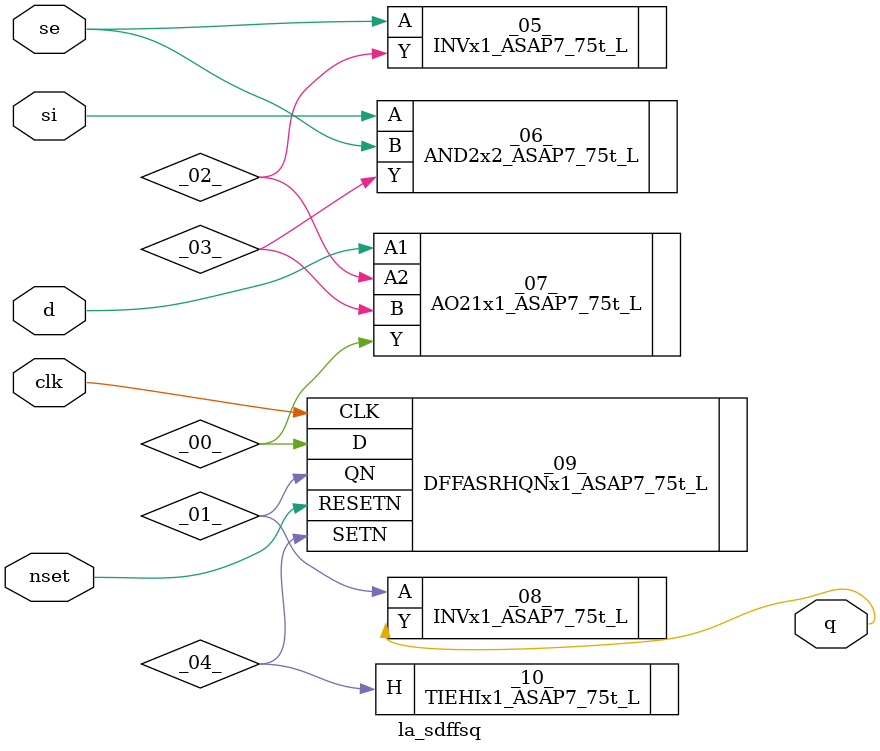
<source format=v>

/* Generated by Yosys 0.44 (git sha1 80ba43d26, g++ 11.4.0-1ubuntu1~22.04 -fPIC -O3) */

(* top =  1  *)
(* src = "inputs/la_sdffsq.v:11.1-26.10" *)
module la_sdffsq (
    d,
    si,
    se,
    clk,
    nset,
    q
);
  (* src = "inputs/la_sdffsq.v:22.3-24.27" *)
  wire _00_;
  wire _01_;
  wire _02_;
  wire _03_;
  wire _04_;
  (* src = "inputs/la_sdffsq.v:17.16-17.19" *)
  input clk;
  wire clk;
  (* src = "inputs/la_sdffsq.v:14.16-14.17" *)
  input d;
  wire d;
  (* src = "inputs/la_sdffsq.v:18.16-18.20" *)
  input nset;
  wire nset;
  (* src = "inputs/la_sdffsq.v:19.16-19.17" *)
  output q;
  wire q;
  (* src = "inputs/la_sdffsq.v:16.16-16.18" *)
  input se;
  wire se;
  (* src = "inputs/la_sdffsq.v:15.16-15.18" *)
  input si;
  wire si;
  INVx1_ASAP7_75t_L _05_ (
      .A(se),
      .Y(_02_)
  );
  AND2x2_ASAP7_75t_L _06_ (
      .A(si),
      .B(se),
      .Y(_03_)
  );
  AO21x1_ASAP7_75t_L _07_ (
      .A1(d),
      .A2(_02_),
      .B (_03_),
      .Y (_00_)
  );
  INVx1_ASAP7_75t_L _08_ (
      .A(_01_),
      .Y(q)
  );
  (* src = "inputs/la_sdffsq.v:22.3-24.27" *)
  DFFASRHQNx1_ASAP7_75t_L _09_ (
      .CLK(clk),
      .D(_00_),
      .QN(_01_),
      .RESETN(nset),
      .SETN(_04_)
  );
  TIEHIx1_ASAP7_75t_L _10_ (.H(_04_));
endmodule

</source>
